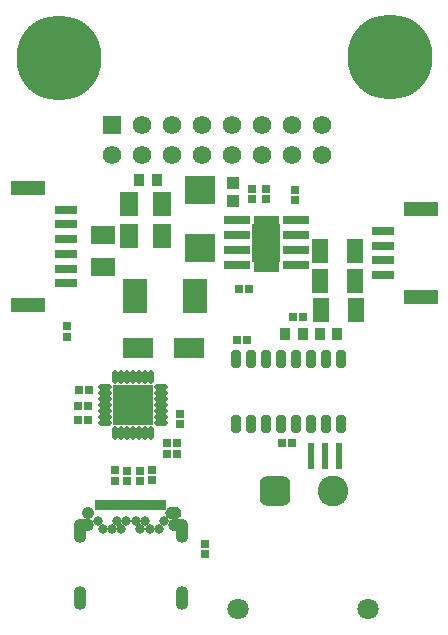
<source format=gts>
G04*
G04 #@! TF.GenerationSoftware,Altium Limited,Altium Designer,21.6.1 (37)*
G04*
G04 Layer_Color=8388736*
%FSLAX44Y44*%
%MOMM*%
G71*
G04*
G04 #@! TF.SameCoordinates,AB913235-39AF-487D-A657-736D3B4B6386*
G04*
G04*
G04 #@! TF.FilePolarity,Negative*
G04*
G01*
G75*
%ADD39R,1.1300X1.0900*%
%ADD40R,0.8000X0.7600*%
%ADD41R,0.7400X0.8000*%
%ADD42R,0.9000X1.1000*%
%ADD43R,1.3500X2.0200*%
%ADD44R,2.1700X0.8000*%
%ADD45R,2.3300X3.2000*%
%ADD46R,2.5000X2.4000*%
%ADD47R,1.5800X2.0200*%
%ADD48R,2.1050X2.9940*%
%ADD49R,2.0200X1.5800*%
%ADD50R,2.5300X1.7600*%
G04:AMPARAMS|DCode=51|XSize=1.21mm|YSize=0.47mm|CornerRadius=0.1675mm|HoleSize=0mm|Usage=FLASHONLY|Rotation=90.000|XOffset=0mm|YOffset=0mm|HoleType=Round|Shape=RoundedRectangle|*
%AMROUNDEDRECTD51*
21,1,1.2100,0.1350,0,0,90.0*
21,1,0.8750,0.4700,0,0,90.0*
1,1,0.3350,0.0675,0.4375*
1,1,0.3350,0.0675,-0.4375*
1,1,0.3350,-0.0675,-0.4375*
1,1,0.3350,-0.0675,0.4375*
%
%ADD51ROUNDEDRECTD51*%
G04:AMPARAMS|DCode=52|XSize=1.21mm|YSize=0.47mm|CornerRadius=0.1675mm|HoleSize=0mm|Usage=FLASHONLY|Rotation=180.000|XOffset=0mm|YOffset=0mm|HoleType=Round|Shape=RoundedRectangle|*
%AMROUNDEDRECTD52*
21,1,1.2100,0.1350,0,0,180.0*
21,1,0.8750,0.4700,0,0,180.0*
1,1,0.3350,-0.4375,0.0675*
1,1,0.3350,0.4375,0.0675*
1,1,0.3350,0.4375,-0.0675*
1,1,0.3350,-0.4375,-0.0675*
%
%ADD52ROUNDEDRECTD52*%
%ADD53R,3.4500X3.4500*%
%ADD54R,0.7600X0.8000*%
%ADD55R,0.8000X0.7400*%
%ADD56R,0.6000X2.2000*%
%ADD57R,0.5200X0.9000*%
G04:AMPARAMS|DCode=58|XSize=1.51mm|YSize=0.82mm|CornerRadius=0.1775mm|HoleSize=0mm|Usage=FLASHONLY|Rotation=90.000|XOffset=0mm|YOffset=0mm|HoleType=Round|Shape=RoundedRectangle|*
%AMROUNDEDRECTD58*
21,1,1.5100,0.4650,0,0,90.0*
21,1,1.1550,0.8200,0,0,90.0*
1,1,0.3550,0.2325,0.5775*
1,1,0.3550,0.2325,-0.5775*
1,1,0.3550,-0.2325,-0.5775*
1,1,0.3550,-0.2325,0.5775*
%
%ADD58ROUNDEDRECTD58*%
%ADD59R,2.9000X1.2000*%
%ADD60R,1.9000X0.8000*%
%ADD61R,1.9000X0.8000*%
%ADD62R,2.9000X1.2000*%
%ADD63C,7.2000*%
%ADD64C,0.6000*%
G04:AMPARAMS|DCode=65|XSize=2.6mm|YSize=2.6mm|CornerRadius=0.7mm|HoleSize=0mm|Usage=FLASHONLY|Rotation=90.000|XOffset=0mm|YOffset=0mm|HoleType=Round|Shape=RoundedRectangle|*
%AMROUNDEDRECTD65*
21,1,2.6000,1.2000,0,0,90.0*
21,1,1.2000,2.6000,0,0,90.0*
1,1,1.4000,0.6000,0.6000*
1,1,1.4000,0.6000,-0.6000*
1,1,1.4000,-0.6000,-0.6000*
1,1,1.4000,-0.6000,0.6000*
%
%ADD65ROUNDEDRECTD65*%
%ADD66C,2.6000*%
%ADD67C,1.8000*%
%ADD68O,1.1000X2.0000*%
%ADD69C,0.8000*%
%ADD70O,1.7000X1.1000*%
%ADD71C,1.0500*%
%ADD72C,1.5700*%
%ADD73R,1.5700X1.5700*%
G36*
X256799Y721D02*
X257341Y635D01*
X257872Y493D01*
X258385Y296D01*
X258875Y47D01*
X259336Y-253D01*
X259763Y-598D01*
X260152Y-987D01*
X260497Y-1414D01*
X260797Y-1875D01*
X261046Y-2365D01*
X261243Y-2878D01*
X261385Y-3408D01*
X261471Y-3951D01*
X261500Y-4500D01*
X261471Y-5049D01*
X261385Y-5591D01*
X261243Y-6122D01*
X261046Y-6635D01*
X260797Y-7125D01*
X260497Y-7586D01*
X260152Y-8013D01*
X259763Y-8401D01*
X259336Y-8747D01*
X258875Y-9047D01*
X258385Y-9296D01*
X257872Y-9493D01*
X257341Y-9635D01*
X256799Y-9721D01*
X256250Y-9750D01*
X253250D01*
X252701Y-9721D01*
X252158Y-9635D01*
X251628Y-9493D01*
X251115Y-9296D01*
X250625Y-9047D01*
X250164Y-8747D01*
X249737Y-8401D01*
X249349Y-8013D01*
X249003Y-7586D01*
X248703Y-7125D01*
X248454Y-6635D01*
X248257Y-6122D01*
X248115Y-5591D01*
X248029Y-5049D01*
X248000Y-4500D01*
X248029Y-3951D01*
X248115Y-3408D01*
X248257Y-2878D01*
X248454Y-2365D01*
X248703Y-1875D01*
X249003Y-1414D01*
X249349Y-987D01*
X249737Y-598D01*
X250164Y-253D01*
X250625Y47D01*
X251115Y296D01*
X251628Y493D01*
X252158Y635D01*
X252701Y721D01*
X253250Y750D01*
X256250D01*
X256799Y721D01*
D02*
G37*
G36*
X344000Y199650D02*
X323000D01*
Y247100D01*
X344000D01*
Y199650D01*
D02*
G37*
D39*
X305250Y274950D02*
D03*
Y259550D02*
D03*
D40*
X321500Y269600D02*
D03*
Y260900D02*
D03*
X333250D02*
D03*
Y269600D02*
D03*
X357500Y260150D02*
D03*
Y268850D02*
D03*
X164500Y153350D02*
D03*
Y144650D02*
D03*
X215500Y31350D02*
D03*
Y22650D02*
D03*
X205250Y31600D02*
D03*
Y22900D02*
D03*
X226250Y31350D02*
D03*
Y22650D02*
D03*
X260500Y70400D02*
D03*
Y79100D02*
D03*
X281500Y-30650D02*
D03*
Y-39350D02*
D03*
D41*
X310180Y185000D02*
D03*
X318820D02*
D03*
X364820Y161250D02*
D03*
X356180D02*
D03*
X257570Y55000D02*
D03*
X248930D02*
D03*
Y45250D02*
D03*
X257570D02*
D03*
X355570Y54750D02*
D03*
X346930D02*
D03*
X308680Y142000D02*
D03*
X317320D02*
D03*
D42*
X364500Y147000D02*
D03*
X349500D02*
D03*
X378500Y147000D02*
D03*
X393500D02*
D03*
X226000Y277500D02*
D03*
X241000D02*
D03*
D43*
X379900Y167500D02*
D03*
X409600D02*
D03*
X379050Y191750D02*
D03*
X408750D02*
D03*
X378650Y217250D02*
D03*
X408350D02*
D03*
D44*
X358250Y205050D02*
D03*
Y217750D02*
D03*
Y230450D02*
D03*
Y243150D02*
D03*
X308750D02*
D03*
Y230450D02*
D03*
Y217750D02*
D03*
Y205050D02*
D03*
D45*
X333500Y224100D02*
D03*
D46*
X277250Y220000D02*
D03*
Y269000D02*
D03*
D47*
X244940Y256750D02*
D03*
X217560D02*
D03*
X244940Y229750D02*
D03*
X217560D02*
D03*
D48*
X222600Y178750D02*
D03*
X273400D02*
D03*
D49*
X195000Y203560D02*
D03*
Y230940D02*
D03*
D50*
X267900Y134750D02*
D03*
X225100D02*
D03*
D51*
X205480Y63420D02*
D03*
X210480D02*
D03*
X215480D02*
D03*
X220480D02*
D03*
X225480D02*
D03*
X230480D02*
D03*
X235480D02*
D03*
Y110620D02*
D03*
X230480D02*
D03*
X225480D02*
D03*
X220480D02*
D03*
X215480D02*
D03*
X210480D02*
D03*
X205480D02*
D03*
D52*
X244080Y72020D02*
D03*
Y77020D02*
D03*
Y82020D02*
D03*
Y87020D02*
D03*
Y92020D02*
D03*
Y97020D02*
D03*
Y102020D02*
D03*
X196880D02*
D03*
Y97020D02*
D03*
Y92020D02*
D03*
Y87020D02*
D03*
Y82020D02*
D03*
Y77020D02*
D03*
Y72020D02*
D03*
D53*
X220480Y87020D02*
D03*
D54*
X174650Y99750D02*
D03*
X183350D02*
D03*
X173900Y86000D02*
D03*
X182600D02*
D03*
X173900Y74250D02*
D03*
X182600D02*
D03*
D55*
X237000Y31820D02*
D03*
Y23180D02*
D03*
D56*
X395000Y43250D02*
D03*
X383000D02*
D03*
X371000D02*
D03*
D57*
X246250Y2100D02*
D03*
X241250D02*
D03*
X236250D02*
D03*
X231250D02*
D03*
X226250D02*
D03*
X221250D02*
D03*
X216250D02*
D03*
X211250D02*
D03*
X206250D02*
D03*
X201250D02*
D03*
X196250D02*
D03*
X191250D02*
D03*
D58*
X320500Y70500D02*
D03*
X345900Y125500D02*
D03*
X307800Y70500D02*
D03*
X333200D02*
D03*
X345900D02*
D03*
X333200Y125500D02*
D03*
X358600D02*
D03*
X371300D02*
D03*
Y70500D02*
D03*
X396700Y125500D02*
D03*
X358600Y70500D02*
D03*
X384000D02*
D03*
Y125500D02*
D03*
X396700Y70500D02*
D03*
X320500Y125500D02*
D03*
X307800D02*
D03*
D59*
X464250Y178250D02*
D03*
Y252750D02*
D03*
D60*
X432250Y209250D02*
D03*
Y196750D02*
D03*
Y221750D02*
D03*
Y234250D02*
D03*
D61*
X163500Y252250D02*
D03*
Y239750D02*
D03*
Y227250D02*
D03*
Y214750D02*
D03*
Y202250D02*
D03*
Y189750D02*
D03*
D62*
X131500Y171250D02*
D03*
Y270750D02*
D03*
D63*
X438000Y381250D02*
D03*
X158000Y380750D02*
D03*
D64*
X326000Y224100D02*
D03*
X341000D02*
D03*
Y209100D02*
D03*
X326000D02*
D03*
Y239100D02*
D03*
X341000D02*
D03*
D65*
Y14250D02*
D03*
D66*
X390000D02*
D03*
D67*
X309758Y-85572D02*
D03*
X419740Y-86080D02*
D03*
D68*
X262050Y-76500D02*
D03*
X175450D02*
D03*
X262050Y-19500D02*
D03*
X175450D02*
D03*
D69*
X242750Y-18000D02*
D03*
X234750D02*
D03*
X226750D02*
D03*
X194750D02*
D03*
X202750D02*
D03*
X210750D02*
D03*
X246750Y-11000D02*
D03*
X230750D02*
D03*
X222750D02*
D03*
X190750D02*
D03*
X206750D02*
D03*
X214750D02*
D03*
D70*
X178700Y-14500D02*
D03*
X258800D02*
D03*
D71*
X254750Y-4500D02*
D03*
X182750D02*
D03*
D72*
X202400Y298500D02*
D03*
X227800D02*
D03*
Y323900D02*
D03*
X253200Y298500D02*
D03*
Y323900D02*
D03*
X278600Y298500D02*
D03*
Y323900D02*
D03*
X304000Y298500D02*
D03*
Y323900D02*
D03*
X329400Y298500D02*
D03*
Y323900D02*
D03*
X354800Y298500D02*
D03*
Y323900D02*
D03*
X380200Y298500D02*
D03*
Y323900D02*
D03*
D73*
X202400D02*
D03*
M02*

</source>
